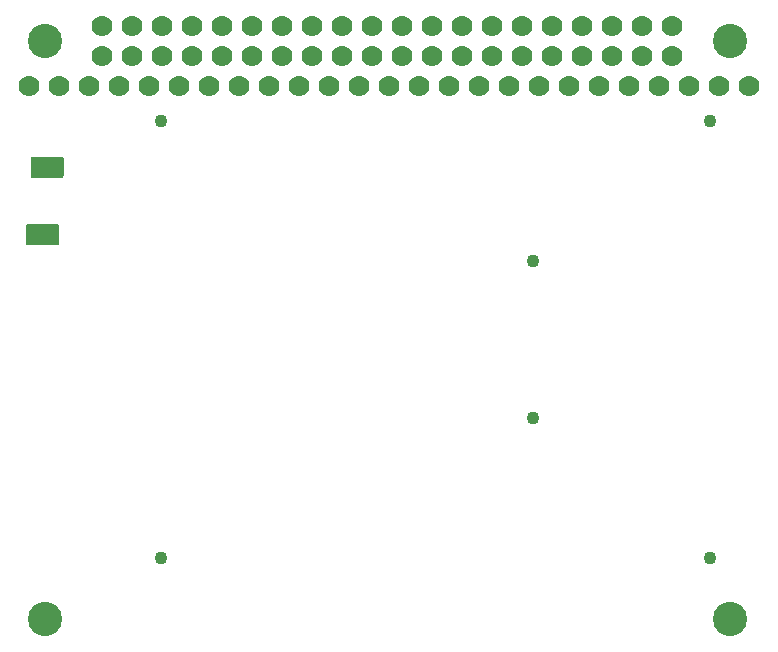
<source format=gbr>
G04 EAGLE Gerber RS-274X export*
G75*
%MOMM*%
%FSLAX34Y34*%
%LPD*%
%INSoldermask Bottom*%
%IPPOS*%
%AMOC8*
5,1,8,0,0,1.08239X$1,22.5*%
G01*
%ADD10C,2.901600*%
%ADD11C,1.778000*%
%ADD12R,1.270000X1.701800*%
%ADD13R,0.736600X0.304800*%
%ADD14C,1.101600*%

G36*
X49648Y408956D02*
X49648Y408956D01*
X49767Y408963D01*
X49805Y408976D01*
X49846Y408981D01*
X49956Y409024D01*
X50069Y409061D01*
X50104Y409083D01*
X50141Y409098D01*
X50237Y409168D01*
X50338Y409231D01*
X50366Y409261D01*
X50399Y409284D01*
X50475Y409376D01*
X50556Y409463D01*
X50576Y409498D01*
X50601Y409529D01*
X50652Y409637D01*
X50710Y409741D01*
X50720Y409781D01*
X50737Y409817D01*
X50759Y409934D01*
X50789Y410049D01*
X50793Y410110D01*
X50797Y410130D01*
X50795Y410150D01*
X50799Y410210D01*
X50799Y425450D01*
X50784Y425568D01*
X50777Y425687D01*
X50764Y425725D01*
X50759Y425766D01*
X50716Y425876D01*
X50679Y425989D01*
X50657Y426024D01*
X50642Y426061D01*
X50573Y426157D01*
X50509Y426258D01*
X50479Y426286D01*
X50456Y426319D01*
X50364Y426395D01*
X50277Y426476D01*
X50242Y426496D01*
X50211Y426521D01*
X50103Y426572D01*
X49999Y426630D01*
X49959Y426640D01*
X49923Y426657D01*
X49806Y426679D01*
X49691Y426709D01*
X49631Y426713D01*
X49611Y426717D01*
X49590Y426715D01*
X49530Y426719D01*
X24130Y426719D01*
X24012Y426704D01*
X23893Y426697D01*
X23855Y426684D01*
X23814Y426679D01*
X23704Y426636D01*
X23591Y426599D01*
X23556Y426577D01*
X23519Y426562D01*
X23423Y426493D01*
X23322Y426429D01*
X23294Y426399D01*
X23261Y426376D01*
X23186Y426284D01*
X23104Y426197D01*
X23084Y426162D01*
X23059Y426131D01*
X23008Y426023D01*
X22950Y425919D01*
X22940Y425879D01*
X22923Y425843D01*
X22901Y425726D01*
X22871Y425611D01*
X22867Y425551D01*
X22863Y425531D01*
X22864Y425524D01*
X22863Y425522D01*
X22864Y425506D01*
X22861Y425450D01*
X22861Y410210D01*
X22876Y410092D01*
X22883Y409973D01*
X22896Y409935D01*
X22901Y409894D01*
X22944Y409784D01*
X22981Y409671D01*
X23003Y409636D01*
X23018Y409599D01*
X23088Y409503D01*
X23151Y409402D01*
X23181Y409374D01*
X23204Y409341D01*
X23296Y409266D01*
X23383Y409184D01*
X23418Y409164D01*
X23449Y409139D01*
X23557Y409088D01*
X23661Y409030D01*
X23701Y409020D01*
X23737Y409003D01*
X23854Y408981D01*
X23969Y408951D01*
X24030Y408947D01*
X24050Y408943D01*
X24070Y408945D01*
X24130Y408941D01*
X49530Y408941D01*
X49648Y408956D01*
G37*
G36*
X45838Y351806D02*
X45838Y351806D01*
X45957Y351813D01*
X45995Y351826D01*
X46036Y351831D01*
X46146Y351874D01*
X46259Y351911D01*
X46294Y351933D01*
X46331Y351948D01*
X46427Y352018D01*
X46528Y352081D01*
X46556Y352111D01*
X46589Y352134D01*
X46665Y352226D01*
X46746Y352313D01*
X46766Y352348D01*
X46791Y352379D01*
X46842Y352487D01*
X46900Y352591D01*
X46910Y352631D01*
X46927Y352667D01*
X46949Y352784D01*
X46979Y352899D01*
X46983Y352960D01*
X46987Y352980D01*
X46985Y353000D01*
X46989Y353060D01*
X46989Y368300D01*
X46974Y368418D01*
X46967Y368537D01*
X46954Y368575D01*
X46949Y368616D01*
X46906Y368726D01*
X46869Y368839D01*
X46847Y368874D01*
X46832Y368911D01*
X46763Y369007D01*
X46699Y369108D01*
X46669Y369136D01*
X46646Y369169D01*
X46554Y369245D01*
X46467Y369326D01*
X46432Y369346D01*
X46401Y369371D01*
X46293Y369422D01*
X46189Y369480D01*
X46149Y369490D01*
X46113Y369507D01*
X45996Y369529D01*
X45881Y369559D01*
X45821Y369563D01*
X45801Y369567D01*
X45780Y369565D01*
X45720Y369569D01*
X20320Y369569D01*
X20202Y369554D01*
X20083Y369547D01*
X20045Y369534D01*
X20004Y369529D01*
X19894Y369486D01*
X19781Y369449D01*
X19746Y369427D01*
X19709Y369412D01*
X19613Y369343D01*
X19512Y369279D01*
X19484Y369249D01*
X19451Y369226D01*
X19376Y369134D01*
X19294Y369047D01*
X19274Y369012D01*
X19249Y368981D01*
X19198Y368873D01*
X19140Y368769D01*
X19130Y368729D01*
X19113Y368693D01*
X19091Y368576D01*
X19061Y368461D01*
X19057Y368401D01*
X19053Y368381D01*
X19054Y368374D01*
X19053Y368372D01*
X19054Y368356D01*
X19051Y368300D01*
X19051Y353060D01*
X19066Y352942D01*
X19073Y352823D01*
X19086Y352785D01*
X19091Y352744D01*
X19134Y352634D01*
X19171Y352521D01*
X19193Y352486D01*
X19208Y352449D01*
X19278Y352353D01*
X19341Y352252D01*
X19371Y352224D01*
X19394Y352191D01*
X19486Y352116D01*
X19573Y352034D01*
X19608Y352014D01*
X19639Y351989D01*
X19747Y351938D01*
X19851Y351880D01*
X19891Y351870D01*
X19927Y351853D01*
X20044Y351831D01*
X20159Y351801D01*
X20220Y351797D01*
X20240Y351793D01*
X20260Y351795D01*
X20320Y351791D01*
X45720Y351791D01*
X45838Y351806D01*
G37*
D10*
X35000Y35000D03*
X35000Y525000D03*
X615000Y525000D03*
X615000Y35000D03*
D11*
X83700Y512300D03*
X83700Y537700D03*
X109100Y512300D03*
X109100Y537700D03*
X134500Y512300D03*
X134500Y537700D03*
X159900Y512300D03*
X159900Y537700D03*
X185300Y512300D03*
X185300Y537700D03*
X210700Y512300D03*
X210700Y537700D03*
X236100Y512300D03*
X236100Y537700D03*
X261500Y512300D03*
X261500Y537700D03*
X286900Y512300D03*
X286900Y537700D03*
X312300Y512300D03*
X312300Y537700D03*
X337700Y512300D03*
X337700Y537700D03*
X363100Y512300D03*
X363100Y537700D03*
X388500Y512300D03*
X388500Y537700D03*
X413900Y512300D03*
X413900Y537700D03*
X439300Y512300D03*
X439300Y537700D03*
X464700Y512300D03*
X464700Y537700D03*
X490100Y512300D03*
X490100Y537700D03*
X515500Y512300D03*
X515500Y537700D03*
X540900Y512300D03*
X540900Y537700D03*
X566300Y512300D03*
X566300Y537700D03*
D12*
X44450Y417830D03*
X29210Y417830D03*
D13*
X36830Y417830D03*
D14*
X448080Y205280D03*
X448080Y338280D03*
X133540Y456780D03*
X133540Y86780D03*
X598540Y86780D03*
X598540Y456780D03*
D12*
X25400Y360680D03*
X40640Y360680D03*
D13*
X33020Y360680D03*
D11*
X21590Y486410D03*
X46990Y486410D03*
X72390Y486410D03*
X97790Y486410D03*
X123190Y486410D03*
X148590Y486410D03*
X173990Y486410D03*
X199390Y486410D03*
X224790Y486410D03*
X250190Y486410D03*
X275590Y486410D03*
X300990Y486410D03*
X326390Y486410D03*
X351790Y486410D03*
X377190Y486410D03*
X402590Y486410D03*
X427990Y486410D03*
X453390Y486410D03*
X478790Y486410D03*
X504190Y486410D03*
X529590Y486410D03*
X554990Y486410D03*
X580390Y486410D03*
X605790Y486410D03*
X631190Y486410D03*
M02*

</source>
